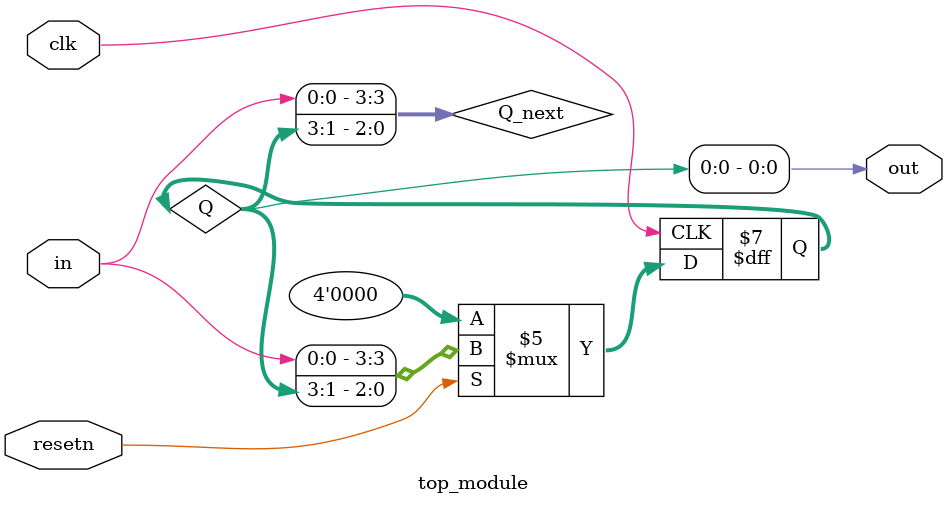
<source format=v>
module top_module (
    input clk,
    input resetn,   // synchronous reset
    input in,
    output out);
     
    reg[3:0] Q,Q_next ;
    always@(posedge clk) begin
        if(!resetn)
            Q <= 0;
        else
            Q <= Q_next ;
    end
    
    always@(*) begin
        Q_next[0] = Q[1];
        Q_next[1] = Q[2];
        Q_next[2] = Q[3];
        Q_next[3] = in;
    end
    
    assign out = Q[0];

endmodule

</source>
